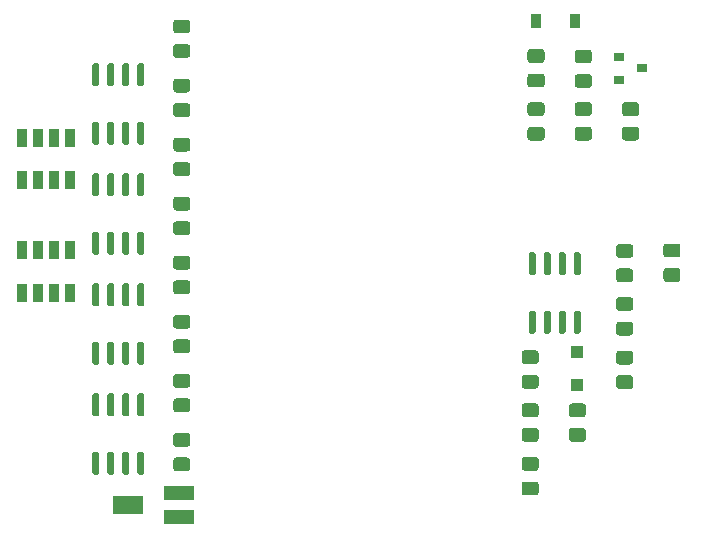
<source format=gbp>
G04 #@! TF.GenerationSoftware,KiCad,Pcbnew,(5.1.6)-1*
G04 #@! TF.CreationDate,2021-12-09T10:58:41+01:00*
G04 #@! TF.ProjectId,opamp_vu_meter,6f70616d-705f-4767-955f-6d657465722e,rev?*
G04 #@! TF.SameCoordinates,Original*
G04 #@! TF.FileFunction,Paste,Bot*
G04 #@! TF.FilePolarity,Positive*
%FSLAX46Y46*%
G04 Gerber Fmt 4.6, Leading zero omitted, Abs format (unit mm)*
G04 Created by KiCad (PCBNEW (5.1.6)-1) date 2021-12-09 10:58:41*
%MOMM*%
%LPD*%
G01*
G04 APERTURE LIST*
%ADD10R,0.900000X1.500000*%
%ADD11R,2.500000X1.600000*%
%ADD12R,2.500000X1.200000*%
%ADD13R,0.900000X1.200000*%
%ADD14R,0.900000X0.800000*%
%ADD15R,1.100000X1.100000*%
G04 APERTURE END LIST*
D10*
G04 #@! TO.C,RN1*
X127000000Y-106000000D03*
X123000000Y-106000000D03*
X125660000Y-106000000D03*
X124340000Y-106000000D03*
X125660000Y-102400000D03*
X127000000Y-102400000D03*
X123000000Y-102400000D03*
X124340000Y-102400000D03*
G04 #@! TD*
G04 #@! TO.C,RN2*
X127000000Y-96500000D03*
X123000000Y-96500000D03*
X125660000Y-96500000D03*
X124340000Y-96500000D03*
X125660000Y-92900000D03*
X127000000Y-92900000D03*
X123000000Y-92900000D03*
X124340000Y-92900000D03*
G04 #@! TD*
D11*
G04 #@! TO.C,RV1*
X131968000Y-124000000D03*
D12*
X136286000Y-125000000D03*
X136308000Y-123000000D03*
G04 #@! TD*
G04 #@! TO.C,C5*
G36*
G01*
X166475000Y-121087500D02*
X165525000Y-121087500D01*
G75*
G02*
X165275000Y-120837500I0J250000D01*
G01*
X165275000Y-120162500D01*
G75*
G02*
X165525000Y-119912500I250000J0D01*
G01*
X166475000Y-119912500D01*
G75*
G02*
X166725000Y-120162500I0J-250000D01*
G01*
X166725000Y-120837500D01*
G75*
G02*
X166475000Y-121087500I-250000J0D01*
G01*
G37*
G36*
G01*
X166475000Y-123162500D02*
X165525000Y-123162500D01*
G75*
G02*
X165275000Y-122912500I0J250000D01*
G01*
X165275000Y-122237500D01*
G75*
G02*
X165525000Y-121987500I250000J0D01*
G01*
X166475000Y-121987500D01*
G75*
G02*
X166725000Y-122237500I0J-250000D01*
G01*
X166725000Y-122912500D01*
G75*
G02*
X166475000Y-123162500I-250000J0D01*
G01*
G37*
G04 #@! TD*
G04 #@! TO.C,C1*
G36*
G01*
X170475000Y-116550000D02*
X169525000Y-116550000D01*
G75*
G02*
X169275000Y-116300000I0J250000D01*
G01*
X169275000Y-115625000D01*
G75*
G02*
X169525000Y-115375000I250000J0D01*
G01*
X170475000Y-115375000D01*
G75*
G02*
X170725000Y-115625000I0J-250000D01*
G01*
X170725000Y-116300000D01*
G75*
G02*
X170475000Y-116550000I-250000J0D01*
G01*
G37*
G36*
G01*
X170475000Y-118625000D02*
X169525000Y-118625000D01*
G75*
G02*
X169275000Y-118375000I0J250000D01*
G01*
X169275000Y-117700000D01*
G75*
G02*
X169525000Y-117450000I250000J0D01*
G01*
X170475000Y-117450000D01*
G75*
G02*
X170725000Y-117700000I0J-250000D01*
G01*
X170725000Y-118375000D01*
G75*
G02*
X170475000Y-118625000I-250000J0D01*
G01*
G37*
G04 #@! TD*
G04 #@! TO.C,C2*
G36*
G01*
X173525000Y-112987500D02*
X174475000Y-112987500D01*
G75*
G02*
X174725000Y-113237500I0J-250000D01*
G01*
X174725000Y-113912500D01*
G75*
G02*
X174475000Y-114162500I-250000J0D01*
G01*
X173525000Y-114162500D01*
G75*
G02*
X173275000Y-113912500I0J250000D01*
G01*
X173275000Y-113237500D01*
G75*
G02*
X173525000Y-112987500I250000J0D01*
G01*
G37*
G36*
G01*
X173525000Y-110912500D02*
X174475000Y-110912500D01*
G75*
G02*
X174725000Y-111162500I0J-250000D01*
G01*
X174725000Y-111837500D01*
G75*
G02*
X174475000Y-112087500I-250000J0D01*
G01*
X173525000Y-112087500D01*
G75*
G02*
X173275000Y-111837500I0J250000D01*
G01*
X173275000Y-111162500D01*
G75*
G02*
X173525000Y-110912500I250000J0D01*
G01*
G37*
G04 #@! TD*
G04 #@! TO.C,C3*
G36*
G01*
X177525000Y-103912500D02*
X178475000Y-103912500D01*
G75*
G02*
X178725000Y-104162500I0J-250000D01*
G01*
X178725000Y-104837500D01*
G75*
G02*
X178475000Y-105087500I-250000J0D01*
G01*
X177525000Y-105087500D01*
G75*
G02*
X177275000Y-104837500I0J250000D01*
G01*
X177275000Y-104162500D01*
G75*
G02*
X177525000Y-103912500I250000J0D01*
G01*
G37*
G36*
G01*
X177525000Y-101837500D02*
X178475000Y-101837500D01*
G75*
G02*
X178725000Y-102087500I0J-250000D01*
G01*
X178725000Y-102762500D01*
G75*
G02*
X178475000Y-103012500I-250000J0D01*
G01*
X177525000Y-103012500D01*
G75*
G02*
X177275000Y-102762500I0J250000D01*
G01*
X177275000Y-102087500D01*
G75*
G02*
X177525000Y-101837500I250000J0D01*
G01*
G37*
G04 #@! TD*
G04 #@! TO.C,C4*
G36*
G01*
X170025000Y-87487500D02*
X170975000Y-87487500D01*
G75*
G02*
X171225000Y-87737500I0J-250000D01*
G01*
X171225000Y-88412500D01*
G75*
G02*
X170975000Y-88662500I-250000J0D01*
G01*
X170025000Y-88662500D01*
G75*
G02*
X169775000Y-88412500I0J250000D01*
G01*
X169775000Y-87737500D01*
G75*
G02*
X170025000Y-87487500I250000J0D01*
G01*
G37*
G36*
G01*
X170025000Y-85412500D02*
X170975000Y-85412500D01*
G75*
G02*
X171225000Y-85662500I0J-250000D01*
G01*
X171225000Y-86337500D01*
G75*
G02*
X170975000Y-86587500I-250000J0D01*
G01*
X170025000Y-86587500D01*
G75*
G02*
X169775000Y-86337500I0J250000D01*
G01*
X169775000Y-85662500D01*
G75*
G02*
X170025000Y-85412500I250000J0D01*
G01*
G37*
G04 #@! TD*
G04 #@! TO.C,R1*
G36*
G01*
X165525000Y-117450000D02*
X166475000Y-117450000D01*
G75*
G02*
X166725000Y-117700000I0J-250000D01*
G01*
X166725000Y-118375000D01*
G75*
G02*
X166475000Y-118625000I-250000J0D01*
G01*
X165525000Y-118625000D01*
G75*
G02*
X165275000Y-118375000I0J250000D01*
G01*
X165275000Y-117700000D01*
G75*
G02*
X165525000Y-117450000I250000J0D01*
G01*
G37*
G36*
G01*
X165525000Y-115375000D02*
X166475000Y-115375000D01*
G75*
G02*
X166725000Y-115625000I0J-250000D01*
G01*
X166725000Y-116300000D01*
G75*
G02*
X166475000Y-116550000I-250000J0D01*
G01*
X165525000Y-116550000D01*
G75*
G02*
X165275000Y-116300000I0J250000D01*
G01*
X165275000Y-115625000D01*
G75*
G02*
X165525000Y-115375000I250000J0D01*
G01*
G37*
G04 #@! TD*
G04 #@! TO.C,R3*
G36*
G01*
X165525000Y-112950000D02*
X166475000Y-112950000D01*
G75*
G02*
X166725000Y-113200000I0J-250000D01*
G01*
X166725000Y-113875000D01*
G75*
G02*
X166475000Y-114125000I-250000J0D01*
G01*
X165525000Y-114125000D01*
G75*
G02*
X165275000Y-113875000I0J250000D01*
G01*
X165275000Y-113200000D01*
G75*
G02*
X165525000Y-112950000I250000J0D01*
G01*
G37*
G36*
G01*
X165525000Y-110875000D02*
X166475000Y-110875000D01*
G75*
G02*
X166725000Y-111125000I0J-250000D01*
G01*
X166725000Y-111800000D01*
G75*
G02*
X166475000Y-112050000I-250000J0D01*
G01*
X165525000Y-112050000D01*
G75*
G02*
X165275000Y-111800000I0J250000D01*
G01*
X165275000Y-111125000D01*
G75*
G02*
X165525000Y-110875000I250000J0D01*
G01*
G37*
G04 #@! TD*
G04 #@! TO.C,R4*
G36*
G01*
X173525000Y-108450000D02*
X174475000Y-108450000D01*
G75*
G02*
X174725000Y-108700000I0J-250000D01*
G01*
X174725000Y-109375000D01*
G75*
G02*
X174475000Y-109625000I-250000J0D01*
G01*
X173525000Y-109625000D01*
G75*
G02*
X173275000Y-109375000I0J250000D01*
G01*
X173275000Y-108700000D01*
G75*
G02*
X173525000Y-108450000I250000J0D01*
G01*
G37*
G36*
G01*
X173525000Y-106375000D02*
X174475000Y-106375000D01*
G75*
G02*
X174725000Y-106625000I0J-250000D01*
G01*
X174725000Y-107300000D01*
G75*
G02*
X174475000Y-107550000I-250000J0D01*
G01*
X173525000Y-107550000D01*
G75*
G02*
X173275000Y-107300000I0J250000D01*
G01*
X173275000Y-106625000D01*
G75*
G02*
X173525000Y-106375000I250000J0D01*
G01*
G37*
G04 #@! TD*
G04 #@! TO.C,R5*
G36*
G01*
X173525000Y-103950000D02*
X174475000Y-103950000D01*
G75*
G02*
X174725000Y-104200000I0J-250000D01*
G01*
X174725000Y-104875000D01*
G75*
G02*
X174475000Y-105125000I-250000J0D01*
G01*
X173525000Y-105125000D01*
G75*
G02*
X173275000Y-104875000I0J250000D01*
G01*
X173275000Y-104200000D01*
G75*
G02*
X173525000Y-103950000I250000J0D01*
G01*
G37*
G36*
G01*
X173525000Y-101875000D02*
X174475000Y-101875000D01*
G75*
G02*
X174725000Y-102125000I0J-250000D01*
G01*
X174725000Y-102800000D01*
G75*
G02*
X174475000Y-103050000I-250000J0D01*
G01*
X173525000Y-103050000D01*
G75*
G02*
X173275000Y-102800000I0J250000D01*
G01*
X173275000Y-102125000D01*
G75*
G02*
X173525000Y-101875000I250000J0D01*
G01*
G37*
G04 #@! TD*
G04 #@! TO.C,R6*
G36*
G01*
X166975000Y-91050000D02*
X166025000Y-91050000D01*
G75*
G02*
X165775000Y-90800000I0J250000D01*
G01*
X165775000Y-90125000D01*
G75*
G02*
X166025000Y-89875000I250000J0D01*
G01*
X166975000Y-89875000D01*
G75*
G02*
X167225000Y-90125000I0J-250000D01*
G01*
X167225000Y-90800000D01*
G75*
G02*
X166975000Y-91050000I-250000J0D01*
G01*
G37*
G36*
G01*
X166975000Y-93125000D02*
X166025000Y-93125000D01*
G75*
G02*
X165775000Y-92875000I0J250000D01*
G01*
X165775000Y-92200000D01*
G75*
G02*
X166025000Y-91950000I250000J0D01*
G01*
X166975000Y-91950000D01*
G75*
G02*
X167225000Y-92200000I0J-250000D01*
G01*
X167225000Y-92875000D01*
G75*
G02*
X166975000Y-93125000I-250000J0D01*
G01*
G37*
G04 #@! TD*
G04 #@! TO.C,R7*
G36*
G01*
X170025000Y-91950000D02*
X170975000Y-91950000D01*
G75*
G02*
X171225000Y-92200000I0J-250000D01*
G01*
X171225000Y-92875000D01*
G75*
G02*
X170975000Y-93125000I-250000J0D01*
G01*
X170025000Y-93125000D01*
G75*
G02*
X169775000Y-92875000I0J250000D01*
G01*
X169775000Y-92200000D01*
G75*
G02*
X170025000Y-91950000I250000J0D01*
G01*
G37*
G36*
G01*
X170025000Y-89875000D02*
X170975000Y-89875000D01*
G75*
G02*
X171225000Y-90125000I0J-250000D01*
G01*
X171225000Y-90800000D01*
G75*
G02*
X170975000Y-91050000I-250000J0D01*
G01*
X170025000Y-91050000D01*
G75*
G02*
X169775000Y-90800000I0J250000D01*
G01*
X169775000Y-90125000D01*
G75*
G02*
X170025000Y-89875000I250000J0D01*
G01*
G37*
G04 #@! TD*
G04 #@! TO.C,R8*
G36*
G01*
X174975000Y-91050000D02*
X174025000Y-91050000D01*
G75*
G02*
X173775000Y-90800000I0J250000D01*
G01*
X173775000Y-90125000D01*
G75*
G02*
X174025000Y-89875000I250000J0D01*
G01*
X174975000Y-89875000D01*
G75*
G02*
X175225000Y-90125000I0J-250000D01*
G01*
X175225000Y-90800000D01*
G75*
G02*
X174975000Y-91050000I-250000J0D01*
G01*
G37*
G36*
G01*
X174975000Y-93125000D02*
X174025000Y-93125000D01*
G75*
G02*
X173775000Y-92875000I0J250000D01*
G01*
X173775000Y-92200000D01*
G75*
G02*
X174025000Y-91950000I250000J0D01*
G01*
X174975000Y-91950000D01*
G75*
G02*
X175225000Y-92200000I0J-250000D01*
G01*
X175225000Y-92875000D01*
G75*
G02*
X174975000Y-93125000I-250000J0D01*
G01*
G37*
G04 #@! TD*
G04 #@! TO.C,R9*
G36*
G01*
X166025000Y-87450000D02*
X166975000Y-87450000D01*
G75*
G02*
X167225000Y-87700000I0J-250000D01*
G01*
X167225000Y-88375000D01*
G75*
G02*
X166975000Y-88625000I-250000J0D01*
G01*
X166025000Y-88625000D01*
G75*
G02*
X165775000Y-88375000I0J250000D01*
G01*
X165775000Y-87700000D01*
G75*
G02*
X166025000Y-87450000I250000J0D01*
G01*
G37*
G36*
G01*
X166025000Y-85375000D02*
X166975000Y-85375000D01*
G75*
G02*
X167225000Y-85625000I0J-250000D01*
G01*
X167225000Y-86300000D01*
G75*
G02*
X166975000Y-86550000I-250000J0D01*
G01*
X166025000Y-86550000D01*
G75*
G02*
X165775000Y-86300000I0J250000D01*
G01*
X165775000Y-85625000D01*
G75*
G02*
X166025000Y-85375000I250000J0D01*
G01*
G37*
G04 #@! TD*
G04 #@! TO.C,R11*
G36*
G01*
X136975000Y-119050000D02*
X136025000Y-119050000D01*
G75*
G02*
X135775000Y-118800000I0J250000D01*
G01*
X135775000Y-118125000D01*
G75*
G02*
X136025000Y-117875000I250000J0D01*
G01*
X136975000Y-117875000D01*
G75*
G02*
X137225000Y-118125000I0J-250000D01*
G01*
X137225000Y-118800000D01*
G75*
G02*
X136975000Y-119050000I-250000J0D01*
G01*
G37*
G36*
G01*
X136975000Y-121125000D02*
X136025000Y-121125000D01*
G75*
G02*
X135775000Y-120875000I0J250000D01*
G01*
X135775000Y-120200000D01*
G75*
G02*
X136025000Y-119950000I250000J0D01*
G01*
X136975000Y-119950000D01*
G75*
G02*
X137225000Y-120200000I0J-250000D01*
G01*
X137225000Y-120875000D01*
G75*
G02*
X136975000Y-121125000I-250000J0D01*
G01*
G37*
G04 #@! TD*
G04 #@! TO.C,R12*
G36*
G01*
X136975000Y-114050000D02*
X136025000Y-114050000D01*
G75*
G02*
X135775000Y-113800000I0J250000D01*
G01*
X135775000Y-113125000D01*
G75*
G02*
X136025000Y-112875000I250000J0D01*
G01*
X136975000Y-112875000D01*
G75*
G02*
X137225000Y-113125000I0J-250000D01*
G01*
X137225000Y-113800000D01*
G75*
G02*
X136975000Y-114050000I-250000J0D01*
G01*
G37*
G36*
G01*
X136975000Y-116125000D02*
X136025000Y-116125000D01*
G75*
G02*
X135775000Y-115875000I0J250000D01*
G01*
X135775000Y-115200000D01*
G75*
G02*
X136025000Y-114950000I250000J0D01*
G01*
X136975000Y-114950000D01*
G75*
G02*
X137225000Y-115200000I0J-250000D01*
G01*
X137225000Y-115875000D01*
G75*
G02*
X136975000Y-116125000I-250000J0D01*
G01*
G37*
G04 #@! TD*
G04 #@! TO.C,R13*
G36*
G01*
X136975000Y-109050000D02*
X136025000Y-109050000D01*
G75*
G02*
X135775000Y-108800000I0J250000D01*
G01*
X135775000Y-108125000D01*
G75*
G02*
X136025000Y-107875000I250000J0D01*
G01*
X136975000Y-107875000D01*
G75*
G02*
X137225000Y-108125000I0J-250000D01*
G01*
X137225000Y-108800000D01*
G75*
G02*
X136975000Y-109050000I-250000J0D01*
G01*
G37*
G36*
G01*
X136975000Y-111125000D02*
X136025000Y-111125000D01*
G75*
G02*
X135775000Y-110875000I0J250000D01*
G01*
X135775000Y-110200000D01*
G75*
G02*
X136025000Y-109950000I250000J0D01*
G01*
X136975000Y-109950000D01*
G75*
G02*
X137225000Y-110200000I0J-250000D01*
G01*
X137225000Y-110875000D01*
G75*
G02*
X136975000Y-111125000I-250000J0D01*
G01*
G37*
G04 #@! TD*
G04 #@! TO.C,R14*
G36*
G01*
X136975000Y-104050000D02*
X136025000Y-104050000D01*
G75*
G02*
X135775000Y-103800000I0J250000D01*
G01*
X135775000Y-103125000D01*
G75*
G02*
X136025000Y-102875000I250000J0D01*
G01*
X136975000Y-102875000D01*
G75*
G02*
X137225000Y-103125000I0J-250000D01*
G01*
X137225000Y-103800000D01*
G75*
G02*
X136975000Y-104050000I-250000J0D01*
G01*
G37*
G36*
G01*
X136975000Y-106125000D02*
X136025000Y-106125000D01*
G75*
G02*
X135775000Y-105875000I0J250000D01*
G01*
X135775000Y-105200000D01*
G75*
G02*
X136025000Y-104950000I250000J0D01*
G01*
X136975000Y-104950000D01*
G75*
G02*
X137225000Y-105200000I0J-250000D01*
G01*
X137225000Y-105875000D01*
G75*
G02*
X136975000Y-106125000I-250000J0D01*
G01*
G37*
G04 #@! TD*
G04 #@! TO.C,R15*
G36*
G01*
X136975000Y-99050000D02*
X136025000Y-99050000D01*
G75*
G02*
X135775000Y-98800000I0J250000D01*
G01*
X135775000Y-98125000D01*
G75*
G02*
X136025000Y-97875000I250000J0D01*
G01*
X136975000Y-97875000D01*
G75*
G02*
X137225000Y-98125000I0J-250000D01*
G01*
X137225000Y-98800000D01*
G75*
G02*
X136975000Y-99050000I-250000J0D01*
G01*
G37*
G36*
G01*
X136975000Y-101125000D02*
X136025000Y-101125000D01*
G75*
G02*
X135775000Y-100875000I0J250000D01*
G01*
X135775000Y-100200000D01*
G75*
G02*
X136025000Y-99950000I250000J0D01*
G01*
X136975000Y-99950000D01*
G75*
G02*
X137225000Y-100200000I0J-250000D01*
G01*
X137225000Y-100875000D01*
G75*
G02*
X136975000Y-101125000I-250000J0D01*
G01*
G37*
G04 #@! TD*
G04 #@! TO.C,R16*
G36*
G01*
X136975000Y-94050000D02*
X136025000Y-94050000D01*
G75*
G02*
X135775000Y-93800000I0J250000D01*
G01*
X135775000Y-93125000D01*
G75*
G02*
X136025000Y-92875000I250000J0D01*
G01*
X136975000Y-92875000D01*
G75*
G02*
X137225000Y-93125000I0J-250000D01*
G01*
X137225000Y-93800000D01*
G75*
G02*
X136975000Y-94050000I-250000J0D01*
G01*
G37*
G36*
G01*
X136975000Y-96125000D02*
X136025000Y-96125000D01*
G75*
G02*
X135775000Y-95875000I0J250000D01*
G01*
X135775000Y-95200000D01*
G75*
G02*
X136025000Y-94950000I250000J0D01*
G01*
X136975000Y-94950000D01*
G75*
G02*
X137225000Y-95200000I0J-250000D01*
G01*
X137225000Y-95875000D01*
G75*
G02*
X136975000Y-96125000I-250000J0D01*
G01*
G37*
G04 #@! TD*
G04 #@! TO.C,R17*
G36*
G01*
X136975000Y-89050000D02*
X136025000Y-89050000D01*
G75*
G02*
X135775000Y-88800000I0J250000D01*
G01*
X135775000Y-88125000D01*
G75*
G02*
X136025000Y-87875000I250000J0D01*
G01*
X136975000Y-87875000D01*
G75*
G02*
X137225000Y-88125000I0J-250000D01*
G01*
X137225000Y-88800000D01*
G75*
G02*
X136975000Y-89050000I-250000J0D01*
G01*
G37*
G36*
G01*
X136975000Y-91125000D02*
X136025000Y-91125000D01*
G75*
G02*
X135775000Y-90875000I0J250000D01*
G01*
X135775000Y-90200000D01*
G75*
G02*
X136025000Y-89950000I250000J0D01*
G01*
X136975000Y-89950000D01*
G75*
G02*
X137225000Y-90200000I0J-250000D01*
G01*
X137225000Y-90875000D01*
G75*
G02*
X136975000Y-91125000I-250000J0D01*
G01*
G37*
G04 #@! TD*
G04 #@! TO.C,R18*
G36*
G01*
X136975000Y-84050000D02*
X136025000Y-84050000D01*
G75*
G02*
X135775000Y-83800000I0J250000D01*
G01*
X135775000Y-83125000D01*
G75*
G02*
X136025000Y-82875000I250000J0D01*
G01*
X136975000Y-82875000D01*
G75*
G02*
X137225000Y-83125000I0J-250000D01*
G01*
X137225000Y-83800000D01*
G75*
G02*
X136975000Y-84050000I-250000J0D01*
G01*
G37*
G36*
G01*
X136975000Y-86125000D02*
X136025000Y-86125000D01*
G75*
G02*
X135775000Y-85875000I0J250000D01*
G01*
X135775000Y-85200000D01*
G75*
G02*
X136025000Y-84950000I250000J0D01*
G01*
X136975000Y-84950000D01*
G75*
G02*
X137225000Y-85200000I0J-250000D01*
G01*
X137225000Y-85875000D01*
G75*
G02*
X136975000Y-86125000I-250000J0D01*
G01*
G37*
G04 #@! TD*
D13*
G04 #@! TO.C,D1*
X166500000Y-83000000D03*
X169800000Y-83000000D03*
G04 #@! TD*
D14*
G04 #@! TO.C,Q1*
X173500000Y-87950000D03*
X173500000Y-86050000D03*
X175500000Y-87000000D03*
G04 #@! TD*
G04 #@! TO.C,U1*
G36*
G01*
X166040000Y-102575000D02*
X166340000Y-102575000D01*
G75*
G02*
X166490000Y-102725000I0J-150000D01*
G01*
X166490000Y-104375000D01*
G75*
G02*
X166340000Y-104525000I-150000J0D01*
G01*
X166040000Y-104525000D01*
G75*
G02*
X165890000Y-104375000I0J150000D01*
G01*
X165890000Y-102725000D01*
G75*
G02*
X166040000Y-102575000I150000J0D01*
G01*
G37*
G36*
G01*
X167310000Y-102575000D02*
X167610000Y-102575000D01*
G75*
G02*
X167760000Y-102725000I0J-150000D01*
G01*
X167760000Y-104375000D01*
G75*
G02*
X167610000Y-104525000I-150000J0D01*
G01*
X167310000Y-104525000D01*
G75*
G02*
X167160000Y-104375000I0J150000D01*
G01*
X167160000Y-102725000D01*
G75*
G02*
X167310000Y-102575000I150000J0D01*
G01*
G37*
G36*
G01*
X168580000Y-102575000D02*
X168880000Y-102575000D01*
G75*
G02*
X169030000Y-102725000I0J-150000D01*
G01*
X169030000Y-104375000D01*
G75*
G02*
X168880000Y-104525000I-150000J0D01*
G01*
X168580000Y-104525000D01*
G75*
G02*
X168430000Y-104375000I0J150000D01*
G01*
X168430000Y-102725000D01*
G75*
G02*
X168580000Y-102575000I150000J0D01*
G01*
G37*
G36*
G01*
X169850000Y-102575000D02*
X170150000Y-102575000D01*
G75*
G02*
X170300000Y-102725000I0J-150000D01*
G01*
X170300000Y-104375000D01*
G75*
G02*
X170150000Y-104525000I-150000J0D01*
G01*
X169850000Y-104525000D01*
G75*
G02*
X169700000Y-104375000I0J150000D01*
G01*
X169700000Y-102725000D01*
G75*
G02*
X169850000Y-102575000I150000J0D01*
G01*
G37*
G36*
G01*
X169850000Y-107525000D02*
X170150000Y-107525000D01*
G75*
G02*
X170300000Y-107675000I0J-150000D01*
G01*
X170300000Y-109325000D01*
G75*
G02*
X170150000Y-109475000I-150000J0D01*
G01*
X169850000Y-109475000D01*
G75*
G02*
X169700000Y-109325000I0J150000D01*
G01*
X169700000Y-107675000D01*
G75*
G02*
X169850000Y-107525000I150000J0D01*
G01*
G37*
G36*
G01*
X168580000Y-107525000D02*
X168880000Y-107525000D01*
G75*
G02*
X169030000Y-107675000I0J-150000D01*
G01*
X169030000Y-109325000D01*
G75*
G02*
X168880000Y-109475000I-150000J0D01*
G01*
X168580000Y-109475000D01*
G75*
G02*
X168430000Y-109325000I0J150000D01*
G01*
X168430000Y-107675000D01*
G75*
G02*
X168580000Y-107525000I150000J0D01*
G01*
G37*
G36*
G01*
X167310000Y-107525000D02*
X167610000Y-107525000D01*
G75*
G02*
X167760000Y-107675000I0J-150000D01*
G01*
X167760000Y-109325000D01*
G75*
G02*
X167610000Y-109475000I-150000J0D01*
G01*
X167310000Y-109475000D01*
G75*
G02*
X167160000Y-109325000I0J150000D01*
G01*
X167160000Y-107675000D01*
G75*
G02*
X167310000Y-107525000I150000J0D01*
G01*
G37*
G36*
G01*
X166040000Y-107525000D02*
X166340000Y-107525000D01*
G75*
G02*
X166490000Y-107675000I0J-150000D01*
G01*
X166490000Y-109325000D01*
G75*
G02*
X166340000Y-109475000I-150000J0D01*
G01*
X166040000Y-109475000D01*
G75*
G02*
X165890000Y-109325000I0J150000D01*
G01*
X165890000Y-107675000D01*
G75*
G02*
X166040000Y-107525000I150000J0D01*
G01*
G37*
G04 #@! TD*
G04 #@! TO.C,U2*
G36*
G01*
X129080000Y-119475000D02*
X129380000Y-119475000D01*
G75*
G02*
X129530000Y-119625000I0J-150000D01*
G01*
X129530000Y-121275000D01*
G75*
G02*
X129380000Y-121425000I-150000J0D01*
G01*
X129080000Y-121425000D01*
G75*
G02*
X128930000Y-121275000I0J150000D01*
G01*
X128930000Y-119625000D01*
G75*
G02*
X129080000Y-119475000I150000J0D01*
G01*
G37*
G36*
G01*
X130350000Y-119475000D02*
X130650000Y-119475000D01*
G75*
G02*
X130800000Y-119625000I0J-150000D01*
G01*
X130800000Y-121275000D01*
G75*
G02*
X130650000Y-121425000I-150000J0D01*
G01*
X130350000Y-121425000D01*
G75*
G02*
X130200000Y-121275000I0J150000D01*
G01*
X130200000Y-119625000D01*
G75*
G02*
X130350000Y-119475000I150000J0D01*
G01*
G37*
G36*
G01*
X131620000Y-119475000D02*
X131920000Y-119475000D01*
G75*
G02*
X132070000Y-119625000I0J-150000D01*
G01*
X132070000Y-121275000D01*
G75*
G02*
X131920000Y-121425000I-150000J0D01*
G01*
X131620000Y-121425000D01*
G75*
G02*
X131470000Y-121275000I0J150000D01*
G01*
X131470000Y-119625000D01*
G75*
G02*
X131620000Y-119475000I150000J0D01*
G01*
G37*
G36*
G01*
X132890000Y-119475000D02*
X133190000Y-119475000D01*
G75*
G02*
X133340000Y-119625000I0J-150000D01*
G01*
X133340000Y-121275000D01*
G75*
G02*
X133190000Y-121425000I-150000J0D01*
G01*
X132890000Y-121425000D01*
G75*
G02*
X132740000Y-121275000I0J150000D01*
G01*
X132740000Y-119625000D01*
G75*
G02*
X132890000Y-119475000I150000J0D01*
G01*
G37*
G36*
G01*
X132890000Y-114525000D02*
X133190000Y-114525000D01*
G75*
G02*
X133340000Y-114675000I0J-150000D01*
G01*
X133340000Y-116325000D01*
G75*
G02*
X133190000Y-116475000I-150000J0D01*
G01*
X132890000Y-116475000D01*
G75*
G02*
X132740000Y-116325000I0J150000D01*
G01*
X132740000Y-114675000D01*
G75*
G02*
X132890000Y-114525000I150000J0D01*
G01*
G37*
G36*
G01*
X131620000Y-114525000D02*
X131920000Y-114525000D01*
G75*
G02*
X132070000Y-114675000I0J-150000D01*
G01*
X132070000Y-116325000D01*
G75*
G02*
X131920000Y-116475000I-150000J0D01*
G01*
X131620000Y-116475000D01*
G75*
G02*
X131470000Y-116325000I0J150000D01*
G01*
X131470000Y-114675000D01*
G75*
G02*
X131620000Y-114525000I150000J0D01*
G01*
G37*
G36*
G01*
X130350000Y-114525000D02*
X130650000Y-114525000D01*
G75*
G02*
X130800000Y-114675000I0J-150000D01*
G01*
X130800000Y-116325000D01*
G75*
G02*
X130650000Y-116475000I-150000J0D01*
G01*
X130350000Y-116475000D01*
G75*
G02*
X130200000Y-116325000I0J150000D01*
G01*
X130200000Y-114675000D01*
G75*
G02*
X130350000Y-114525000I150000J0D01*
G01*
G37*
G36*
G01*
X129080000Y-114525000D02*
X129380000Y-114525000D01*
G75*
G02*
X129530000Y-114675000I0J-150000D01*
G01*
X129530000Y-116325000D01*
G75*
G02*
X129380000Y-116475000I-150000J0D01*
G01*
X129080000Y-116475000D01*
G75*
G02*
X128930000Y-116325000I0J150000D01*
G01*
X128930000Y-114675000D01*
G75*
G02*
X129080000Y-114525000I150000J0D01*
G01*
G37*
G04 #@! TD*
G04 #@! TO.C,U3*
G36*
G01*
X129080000Y-105208334D02*
X129380000Y-105208334D01*
G75*
G02*
X129530000Y-105358334I0J-150000D01*
G01*
X129530000Y-107008334D01*
G75*
G02*
X129380000Y-107158334I-150000J0D01*
G01*
X129080000Y-107158334D01*
G75*
G02*
X128930000Y-107008334I0J150000D01*
G01*
X128930000Y-105358334D01*
G75*
G02*
X129080000Y-105208334I150000J0D01*
G01*
G37*
G36*
G01*
X130350000Y-105208334D02*
X130650000Y-105208334D01*
G75*
G02*
X130800000Y-105358334I0J-150000D01*
G01*
X130800000Y-107008334D01*
G75*
G02*
X130650000Y-107158334I-150000J0D01*
G01*
X130350000Y-107158334D01*
G75*
G02*
X130200000Y-107008334I0J150000D01*
G01*
X130200000Y-105358334D01*
G75*
G02*
X130350000Y-105208334I150000J0D01*
G01*
G37*
G36*
G01*
X131620000Y-105208334D02*
X131920000Y-105208334D01*
G75*
G02*
X132070000Y-105358334I0J-150000D01*
G01*
X132070000Y-107008334D01*
G75*
G02*
X131920000Y-107158334I-150000J0D01*
G01*
X131620000Y-107158334D01*
G75*
G02*
X131470000Y-107008334I0J150000D01*
G01*
X131470000Y-105358334D01*
G75*
G02*
X131620000Y-105208334I150000J0D01*
G01*
G37*
G36*
G01*
X132890000Y-105208334D02*
X133190000Y-105208334D01*
G75*
G02*
X133340000Y-105358334I0J-150000D01*
G01*
X133340000Y-107008334D01*
G75*
G02*
X133190000Y-107158334I-150000J0D01*
G01*
X132890000Y-107158334D01*
G75*
G02*
X132740000Y-107008334I0J150000D01*
G01*
X132740000Y-105358334D01*
G75*
G02*
X132890000Y-105208334I150000J0D01*
G01*
G37*
G36*
G01*
X132890000Y-110158334D02*
X133190000Y-110158334D01*
G75*
G02*
X133340000Y-110308334I0J-150000D01*
G01*
X133340000Y-111958334D01*
G75*
G02*
X133190000Y-112108334I-150000J0D01*
G01*
X132890000Y-112108334D01*
G75*
G02*
X132740000Y-111958334I0J150000D01*
G01*
X132740000Y-110308334D01*
G75*
G02*
X132890000Y-110158334I150000J0D01*
G01*
G37*
G36*
G01*
X131620000Y-110158334D02*
X131920000Y-110158334D01*
G75*
G02*
X132070000Y-110308334I0J-150000D01*
G01*
X132070000Y-111958334D01*
G75*
G02*
X131920000Y-112108334I-150000J0D01*
G01*
X131620000Y-112108334D01*
G75*
G02*
X131470000Y-111958334I0J150000D01*
G01*
X131470000Y-110308334D01*
G75*
G02*
X131620000Y-110158334I150000J0D01*
G01*
G37*
G36*
G01*
X130350000Y-110158334D02*
X130650000Y-110158334D01*
G75*
G02*
X130800000Y-110308334I0J-150000D01*
G01*
X130800000Y-111958334D01*
G75*
G02*
X130650000Y-112108334I-150000J0D01*
G01*
X130350000Y-112108334D01*
G75*
G02*
X130200000Y-111958334I0J150000D01*
G01*
X130200000Y-110308334D01*
G75*
G02*
X130350000Y-110158334I150000J0D01*
G01*
G37*
G36*
G01*
X129080000Y-110158334D02*
X129380000Y-110158334D01*
G75*
G02*
X129530000Y-110308334I0J-150000D01*
G01*
X129530000Y-111958334D01*
G75*
G02*
X129380000Y-112108334I-150000J0D01*
G01*
X129080000Y-112108334D01*
G75*
G02*
X128930000Y-111958334I0J150000D01*
G01*
X128930000Y-110308334D01*
G75*
G02*
X129080000Y-110158334I150000J0D01*
G01*
G37*
G04 #@! TD*
G04 #@! TO.C,U4*
G36*
G01*
X129080000Y-95891668D02*
X129380000Y-95891668D01*
G75*
G02*
X129530000Y-96041668I0J-150000D01*
G01*
X129530000Y-97691668D01*
G75*
G02*
X129380000Y-97841668I-150000J0D01*
G01*
X129080000Y-97841668D01*
G75*
G02*
X128930000Y-97691668I0J150000D01*
G01*
X128930000Y-96041668D01*
G75*
G02*
X129080000Y-95891668I150000J0D01*
G01*
G37*
G36*
G01*
X130350000Y-95891668D02*
X130650000Y-95891668D01*
G75*
G02*
X130800000Y-96041668I0J-150000D01*
G01*
X130800000Y-97691668D01*
G75*
G02*
X130650000Y-97841668I-150000J0D01*
G01*
X130350000Y-97841668D01*
G75*
G02*
X130200000Y-97691668I0J150000D01*
G01*
X130200000Y-96041668D01*
G75*
G02*
X130350000Y-95891668I150000J0D01*
G01*
G37*
G36*
G01*
X131620000Y-95891668D02*
X131920000Y-95891668D01*
G75*
G02*
X132070000Y-96041668I0J-150000D01*
G01*
X132070000Y-97691668D01*
G75*
G02*
X131920000Y-97841668I-150000J0D01*
G01*
X131620000Y-97841668D01*
G75*
G02*
X131470000Y-97691668I0J150000D01*
G01*
X131470000Y-96041668D01*
G75*
G02*
X131620000Y-95891668I150000J0D01*
G01*
G37*
G36*
G01*
X132890000Y-95891668D02*
X133190000Y-95891668D01*
G75*
G02*
X133340000Y-96041668I0J-150000D01*
G01*
X133340000Y-97691668D01*
G75*
G02*
X133190000Y-97841668I-150000J0D01*
G01*
X132890000Y-97841668D01*
G75*
G02*
X132740000Y-97691668I0J150000D01*
G01*
X132740000Y-96041668D01*
G75*
G02*
X132890000Y-95891668I150000J0D01*
G01*
G37*
G36*
G01*
X132890000Y-100841668D02*
X133190000Y-100841668D01*
G75*
G02*
X133340000Y-100991668I0J-150000D01*
G01*
X133340000Y-102641668D01*
G75*
G02*
X133190000Y-102791668I-150000J0D01*
G01*
X132890000Y-102791668D01*
G75*
G02*
X132740000Y-102641668I0J150000D01*
G01*
X132740000Y-100991668D01*
G75*
G02*
X132890000Y-100841668I150000J0D01*
G01*
G37*
G36*
G01*
X131620000Y-100841668D02*
X131920000Y-100841668D01*
G75*
G02*
X132070000Y-100991668I0J-150000D01*
G01*
X132070000Y-102641668D01*
G75*
G02*
X131920000Y-102791668I-150000J0D01*
G01*
X131620000Y-102791668D01*
G75*
G02*
X131470000Y-102641668I0J150000D01*
G01*
X131470000Y-100991668D01*
G75*
G02*
X131620000Y-100841668I150000J0D01*
G01*
G37*
G36*
G01*
X130350000Y-100841668D02*
X130650000Y-100841668D01*
G75*
G02*
X130800000Y-100991668I0J-150000D01*
G01*
X130800000Y-102641668D01*
G75*
G02*
X130650000Y-102791668I-150000J0D01*
G01*
X130350000Y-102791668D01*
G75*
G02*
X130200000Y-102641668I0J150000D01*
G01*
X130200000Y-100991668D01*
G75*
G02*
X130350000Y-100841668I150000J0D01*
G01*
G37*
G36*
G01*
X129080000Y-100841668D02*
X129380000Y-100841668D01*
G75*
G02*
X129530000Y-100991668I0J-150000D01*
G01*
X129530000Y-102641668D01*
G75*
G02*
X129380000Y-102791668I-150000J0D01*
G01*
X129080000Y-102791668D01*
G75*
G02*
X128930000Y-102641668I0J150000D01*
G01*
X128930000Y-100991668D01*
G75*
G02*
X129080000Y-100841668I150000J0D01*
G01*
G37*
G04 #@! TD*
G04 #@! TO.C,U5*
G36*
G01*
X129080000Y-91525000D02*
X129380000Y-91525000D01*
G75*
G02*
X129530000Y-91675000I0J-150000D01*
G01*
X129530000Y-93325000D01*
G75*
G02*
X129380000Y-93475000I-150000J0D01*
G01*
X129080000Y-93475000D01*
G75*
G02*
X128930000Y-93325000I0J150000D01*
G01*
X128930000Y-91675000D01*
G75*
G02*
X129080000Y-91525000I150000J0D01*
G01*
G37*
G36*
G01*
X130350000Y-91525000D02*
X130650000Y-91525000D01*
G75*
G02*
X130800000Y-91675000I0J-150000D01*
G01*
X130800000Y-93325000D01*
G75*
G02*
X130650000Y-93475000I-150000J0D01*
G01*
X130350000Y-93475000D01*
G75*
G02*
X130200000Y-93325000I0J150000D01*
G01*
X130200000Y-91675000D01*
G75*
G02*
X130350000Y-91525000I150000J0D01*
G01*
G37*
G36*
G01*
X131620000Y-91525000D02*
X131920000Y-91525000D01*
G75*
G02*
X132070000Y-91675000I0J-150000D01*
G01*
X132070000Y-93325000D01*
G75*
G02*
X131920000Y-93475000I-150000J0D01*
G01*
X131620000Y-93475000D01*
G75*
G02*
X131470000Y-93325000I0J150000D01*
G01*
X131470000Y-91675000D01*
G75*
G02*
X131620000Y-91525000I150000J0D01*
G01*
G37*
G36*
G01*
X132890000Y-91525000D02*
X133190000Y-91525000D01*
G75*
G02*
X133340000Y-91675000I0J-150000D01*
G01*
X133340000Y-93325000D01*
G75*
G02*
X133190000Y-93475000I-150000J0D01*
G01*
X132890000Y-93475000D01*
G75*
G02*
X132740000Y-93325000I0J150000D01*
G01*
X132740000Y-91675000D01*
G75*
G02*
X132890000Y-91525000I150000J0D01*
G01*
G37*
G36*
G01*
X132890000Y-86575000D02*
X133190000Y-86575000D01*
G75*
G02*
X133340000Y-86725000I0J-150000D01*
G01*
X133340000Y-88375000D01*
G75*
G02*
X133190000Y-88525000I-150000J0D01*
G01*
X132890000Y-88525000D01*
G75*
G02*
X132740000Y-88375000I0J150000D01*
G01*
X132740000Y-86725000D01*
G75*
G02*
X132890000Y-86575000I150000J0D01*
G01*
G37*
G36*
G01*
X131620000Y-86575000D02*
X131920000Y-86575000D01*
G75*
G02*
X132070000Y-86725000I0J-150000D01*
G01*
X132070000Y-88375000D01*
G75*
G02*
X131920000Y-88525000I-150000J0D01*
G01*
X131620000Y-88525000D01*
G75*
G02*
X131470000Y-88375000I0J150000D01*
G01*
X131470000Y-86725000D01*
G75*
G02*
X131620000Y-86575000I150000J0D01*
G01*
G37*
G36*
G01*
X130350000Y-86575000D02*
X130650000Y-86575000D01*
G75*
G02*
X130800000Y-86725000I0J-150000D01*
G01*
X130800000Y-88375000D01*
G75*
G02*
X130650000Y-88525000I-150000J0D01*
G01*
X130350000Y-88525000D01*
G75*
G02*
X130200000Y-88375000I0J150000D01*
G01*
X130200000Y-86725000D01*
G75*
G02*
X130350000Y-86575000I150000J0D01*
G01*
G37*
G36*
G01*
X129080000Y-86575000D02*
X129380000Y-86575000D01*
G75*
G02*
X129530000Y-86725000I0J-150000D01*
G01*
X129530000Y-88375000D01*
G75*
G02*
X129380000Y-88525000I-150000J0D01*
G01*
X129080000Y-88525000D01*
G75*
G02*
X128930000Y-88375000I0J150000D01*
G01*
X128930000Y-86725000D01*
G75*
G02*
X129080000Y-86575000I150000J0D01*
G01*
G37*
G04 #@! TD*
D15*
G04 #@! TO.C,Z1*
X170000000Y-113800000D03*
X170000000Y-111000000D03*
G04 #@! TD*
M02*

</source>
